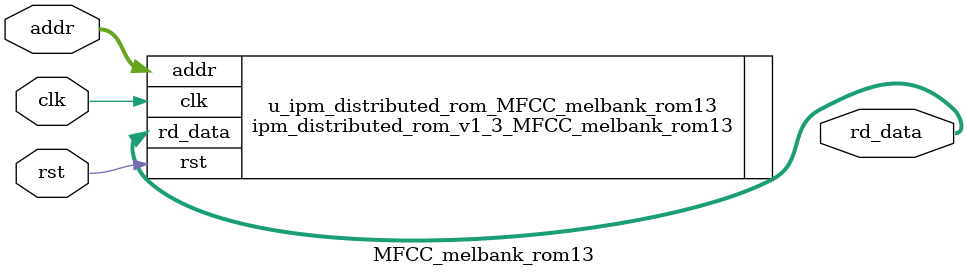
<source format=v>


`timescale 1 ns / 1 ps
module MFCC_melbank_rom13
    (
     addr        ,
     rst         ,
     clk         ,
     rd_data
    );

    localparam ADDR_WIDTH = 9 ; //@IPC int 4,10

    localparam DATA_WIDTH = 8 ; //@IPC int 1,256

    localparam RST_TYPE = "ASYNC" ; //@IPC enum ASYNC,SYNC

    localparam OUT_REG = 0 ; //@IPC bool

    localparam INIT_ENABLE = 1 ; //@IPC bool

    localparam INIT_FILE = "D:/PDS_FPGA/Audio_test/ipcore/MFCC_melbank_rom13/rtl/output12_MFCC_melbank_rom13.dat" ; //@IPC string

    localparam FILE_FORMAT = "BIN" ; //@IPC enum BIN,HEX


     output   wire  [DATA_WIDTH-1:0]       rd_data ;
     input    wire  [ADDR_WIDTH-1:0]       addr    ;
     input                                 clk     ;
     input                                 rst     ;

ipm_distributed_rom_v1_3_MFCC_melbank_rom13
   #(
     .ADDR_WIDTH    (ADDR_WIDTH     ), //address width   range:4-10
     .DATA_WIDTH    (DATA_WIDTH     ), //data width      range:4-256
     .RST_TYPE      (RST_TYPE       ), //reset type   "ASYNC_RESET" "SYNC_RESET"
     .OUT_REG       (OUT_REG        ), //output options :non_register(0)  register(1)
     .INIT_FILE     (INIT_FILE      ), //legal value:"NONE" or "initial file name"
     .FILE_FORMAT   (FILE_FORMAT    )  //initial data format : "bin" or "hex"
    )u_ipm_distributed_rom_MFCC_melbank_rom13
    (
     .rd_data       (rd_data        ),
     .addr          (addr           ),
     .clk           (clk            ),
     .rst           (rst            )

    );
endmodule

</source>
